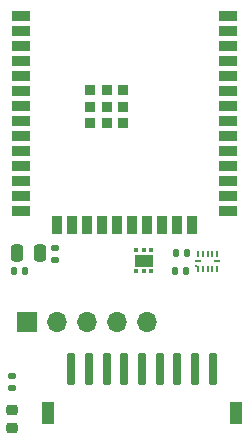
<source format=gbr>
%TF.GenerationSoftware,KiCad,Pcbnew,8.0.2-1*%
%TF.CreationDate,2025-01-02T17:14:25+07:00*%
%TF.ProjectId,ESP32-iPod-BLE,45535033-322d-4695-906f-642d424c452e,rev?*%
%TF.SameCoordinates,Original*%
%TF.FileFunction,Soldermask,Top*%
%TF.FilePolarity,Negative*%
%FSLAX46Y46*%
G04 Gerber Fmt 4.6, Leading zero omitted, Abs format (unit mm)*
G04 Created by KiCad (PCBNEW 8.0.2-1) date 2025-01-02 17:14:25*
%MOMM*%
%LPD*%
G01*
G04 APERTURE LIST*
G04 Aperture macros list*
%AMRoundRect*
0 Rectangle with rounded corners*
0 $1 Rounding radius*
0 $2 $3 $4 $5 $6 $7 $8 $9 X,Y pos of 4 corners*
0 Add a 4 corners polygon primitive as box body*
4,1,4,$2,$3,$4,$5,$6,$7,$8,$9,$2,$3,0*
0 Add four circle primitives for the rounded corners*
1,1,$1+$1,$2,$3*
1,1,$1+$1,$4,$5*
1,1,$1+$1,$6,$7*
1,1,$1+$1,$8,$9*
0 Add four rect primitives between the rounded corners*
20,1,$1+$1,$2,$3,$4,$5,0*
20,1,$1+$1,$4,$5,$6,$7,0*
20,1,$1+$1,$6,$7,$8,$9,0*
20,1,$1+$1,$8,$9,$2,$3,0*%
G04 Aperture macros list end*
%ADD10R,0.200000X0.600000*%
%ADD11R,0.250000X0.150000*%
%ADD12R,0.600000X0.200000*%
%ADD13RoundRect,0.140000X-0.140000X-0.170000X0.140000X-0.170000X0.140000X0.170000X-0.140000X0.170000X0*%
%ADD14RoundRect,0.140000X0.140000X0.170000X-0.140000X0.170000X-0.140000X-0.170000X0.140000X-0.170000X0*%
%ADD15RoundRect,0.250000X0.250000X0.475000X-0.250000X0.475000X-0.250000X-0.475000X0.250000X-0.475000X0*%
%ADD16RoundRect,0.135000X-0.185000X0.135000X-0.185000X-0.135000X0.185000X-0.135000X0.185000X0.135000X0*%
%ADD17R,1.600000X1.000000*%
%ADD18RoundRect,0.093750X-0.106250X0.093750X-0.106250X-0.093750X0.106250X-0.093750X0.106250X0.093750X0*%
%ADD19RoundRect,0.218750X0.256250X-0.218750X0.256250X0.218750X-0.256250X0.218750X-0.256250X-0.218750X0*%
%ADD20R,1.500000X0.900000*%
%ADD21R,0.900000X1.500000*%
%ADD22R,0.900000X0.900000*%
%ADD23RoundRect,0.175000X-0.175000X-1.175000X0.175000X-1.175000X0.175000X1.175000X-0.175000X1.175000X0*%
%ADD24RoundRect,0.250000X-0.300000X-0.700000X0.300000X-0.700000X0.300000X0.700000X-0.300000X0.700000X0*%
%ADD25R,1.700000X1.700000*%
%ADD26O,1.700000X1.700000*%
G04 APERTURE END LIST*
D10*
%TO.C,U3*%
X121000000Y-92700000D03*
D11*
X120825000Y-92475000D03*
D10*
X121400000Y-92700000D03*
X121800000Y-92700000D03*
X122200000Y-92700000D03*
X122600000Y-92700000D03*
D12*
X122600000Y-92050000D03*
D10*
X122600000Y-91400000D03*
X122200000Y-91400000D03*
X121800000Y-91400000D03*
X121400000Y-91400000D03*
X121000000Y-91400000D03*
D12*
X121000000Y-92050000D03*
%TD*%
D13*
%TO.C,C3*%
X119000000Y-92900000D03*
X119960000Y-92900000D03*
%TD*%
D14*
%TO.C,C4*%
X120080000Y-91300000D03*
X119120000Y-91300000D03*
%TD*%
%TO.C,C1*%
X106330000Y-92850000D03*
X105370000Y-92850000D03*
%TD*%
D15*
%TO.C,C2*%
X107599999Y-91300000D03*
X105700001Y-91300000D03*
%TD*%
D16*
%TO.C,R2*%
X105200000Y-101740001D03*
X105200000Y-102759999D03*
%TD*%
%TO.C,R1*%
X108900000Y-90940001D03*
X108900000Y-91959999D03*
%TD*%
D17*
%TO.C,U1*%
X116400000Y-92000000D03*
D18*
X117050000Y-92887500D03*
X116400000Y-92887500D03*
X115750000Y-92887500D03*
X115750000Y-91112500D03*
X116400000Y-91112500D03*
X117050000Y-91112500D03*
%TD*%
D19*
%TO.C,D1*%
X105200000Y-106175002D03*
X105200000Y-104600000D03*
%TD*%
D20*
%TO.C,U2*%
X106000000Y-71240000D03*
X106000000Y-72510000D03*
X106000000Y-73780000D03*
X106000000Y-75050000D03*
X106000000Y-76320000D03*
X106000000Y-77590000D03*
X106000000Y-78860000D03*
X106000000Y-80130000D03*
X106000000Y-81400000D03*
X106000000Y-82670000D03*
X106000000Y-83940000D03*
X106000000Y-85210000D03*
X106000000Y-86480000D03*
X106000000Y-87750000D03*
D21*
X109030000Y-89000000D03*
X110300000Y-89000000D03*
X111570000Y-89000000D03*
X112840000Y-89000000D03*
X114110000Y-89000000D03*
X115380000Y-89000000D03*
X116650000Y-89000000D03*
X117920000Y-89000000D03*
X119190000Y-89000000D03*
X120460000Y-89000000D03*
D20*
X123500000Y-87750000D03*
X123500000Y-86480000D03*
X123500000Y-85210000D03*
X123500000Y-83940000D03*
X123500000Y-82670000D03*
X123500000Y-81400000D03*
X123500000Y-80130000D03*
X123500000Y-78860000D03*
X123500000Y-77590000D03*
X123500000Y-76320000D03*
X123500000Y-75050000D03*
X123500000Y-73780000D03*
X123500000Y-72510000D03*
X123500000Y-71240000D03*
D22*
X111850000Y-77560000D03*
X111850000Y-77560000D03*
X111850000Y-78960000D03*
X111850000Y-80360000D03*
X111850000Y-80360000D03*
X113250000Y-77560000D03*
X113250000Y-78960000D03*
X113250000Y-80360000D03*
X113250000Y-80360000D03*
X114650000Y-77560000D03*
X114650000Y-78960000D03*
X114650000Y-80360000D03*
%TD*%
D23*
%TO.C,J1*%
X110250000Y-101150000D03*
X111750000Y-101150000D03*
X113250000Y-101150000D03*
X114750000Y-101150000D03*
X116250000Y-101150000D03*
X117750000Y-101150000D03*
X119250000Y-101150000D03*
X120750000Y-101150000D03*
X122250000Y-101150000D03*
D24*
X108300000Y-104850000D03*
X124200000Y-104850000D03*
%TD*%
D25*
%TO.C,J2*%
X106490000Y-97150000D03*
D26*
X109030000Y-97150000D03*
X111569999Y-97150000D03*
X114110000Y-97150000D03*
X116650000Y-97150000D03*
%TD*%
M02*

</source>
